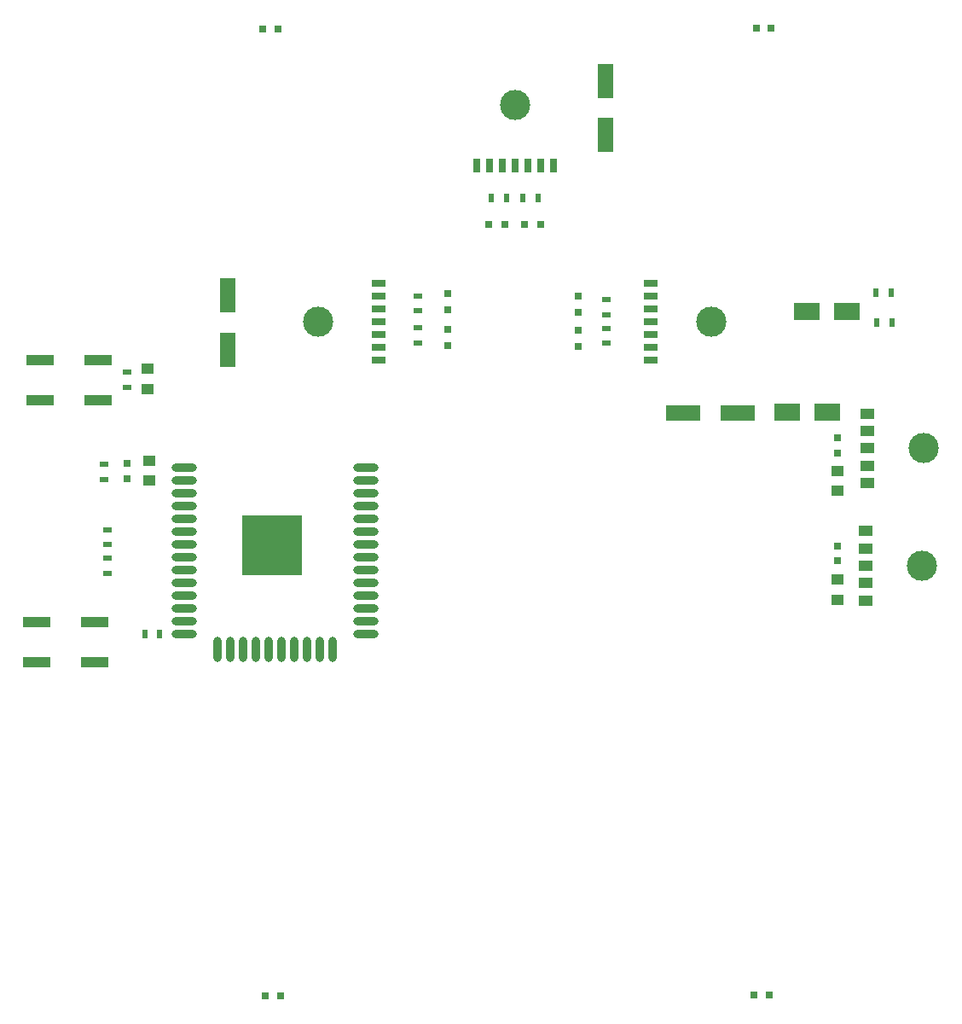
<source format=gtp>
G04 #@! TF.FileFunction,Paste,Top*
%FSLAX46Y46*%
G04 Gerber Fmt 4.6, Leading zero omitted, Abs format (unit mm)*
G04 Created by KiCad (PCBNEW 4.0.7) date Thursday, 19 July 2018 'PMt' 15:05:03*
%MOMM*%
%LPD*%
G01*
G04 APERTURE LIST*
%ADD10C,0.100000*%
%ADD11R,0.750000X0.800000*%
%ADD12R,1.250000X1.000000*%
%ADD13R,0.800000X0.750000*%
%ADD14R,2.500000X1.800000*%
%ADD15R,0.800000X0.800000*%
%ADD16R,0.900000X0.500000*%
%ADD17R,0.500000X0.900000*%
%ADD18R,1.370000X1.070000*%
%ADD19C,3.000000*%
%ADD20O,2.500000X0.900000*%
%ADD21O,0.900000X2.500000*%
%ADD22R,6.000000X6.000000*%
%ADD23R,2.750000X1.000000*%
%ADD24R,3.500000X1.600000*%
%ADD25R,1.600000X3.500000*%
%ADD26R,1.370000X0.730000*%
%ADD27R,0.730000X1.370000*%
G04 APERTURE END LIST*
D10*
D11*
X107000000Y-79750000D03*
X107000000Y-78250000D03*
D12*
X107000000Y-83600000D03*
X107000000Y-81600000D03*
D11*
X107000000Y-69050000D03*
X107000000Y-67550000D03*
D12*
X107000000Y-72800000D03*
X107000000Y-70800000D03*
X38500000Y-62700000D03*
X38500000Y-60700000D03*
D11*
X36500000Y-70100000D03*
X36500000Y-71600000D03*
D12*
X38700000Y-71800000D03*
X38700000Y-69800000D03*
D13*
X50250000Y-122900000D03*
X51750000Y-122900000D03*
X98750000Y-122800000D03*
X100250000Y-122800000D03*
X100450000Y-26900000D03*
X98950000Y-26900000D03*
X51500000Y-27000000D03*
X50000000Y-27000000D03*
D14*
X106000000Y-65000000D03*
X102000000Y-65000000D03*
X108000000Y-55000000D03*
X104000000Y-55000000D03*
D15*
X81300000Y-53500000D03*
X81300000Y-55100000D03*
X81300000Y-58500000D03*
X81300000Y-56900000D03*
X68300000Y-58400000D03*
X68300000Y-56800000D03*
X68300000Y-53200000D03*
X68300000Y-54800000D03*
X72400000Y-46400000D03*
X74000000Y-46400000D03*
X77600000Y-46400000D03*
X76000000Y-46400000D03*
D16*
X34600000Y-76650000D03*
X34600000Y-78150000D03*
X34600000Y-79450000D03*
X34600000Y-80950000D03*
X36500000Y-61000000D03*
X36500000Y-62500000D03*
X34200000Y-70150000D03*
X34200000Y-71650000D03*
X84100000Y-53850000D03*
X84100000Y-55350000D03*
X84100000Y-58150000D03*
X84100000Y-56650000D03*
X65400000Y-58100000D03*
X65400000Y-56600000D03*
X65400000Y-53450000D03*
X65400000Y-54950000D03*
D17*
X72700000Y-43700000D03*
X74200000Y-43700000D03*
X77300000Y-43700000D03*
X75800000Y-43700000D03*
X38250000Y-87000000D03*
X39750000Y-87000000D03*
D18*
X109800000Y-80225000D03*
X109800000Y-78505000D03*
X109800000Y-76785000D03*
X109800000Y-81945000D03*
X109800000Y-83665000D03*
D19*
X115400000Y-80225000D03*
D18*
X110000000Y-68575000D03*
X110000000Y-66855000D03*
X110000000Y-65135000D03*
X110000000Y-70295000D03*
X110000000Y-72015000D03*
D19*
X115600000Y-68575000D03*
D17*
X110950000Y-56100000D03*
X112450000Y-56100000D03*
X110850000Y-53100000D03*
X112350000Y-53100000D03*
D20*
X60200000Y-70500000D03*
X60200000Y-71770000D03*
X60200000Y-73040000D03*
X60200000Y-74310000D03*
X60200000Y-75580000D03*
X60200000Y-76850000D03*
X60200000Y-78120000D03*
X60200000Y-79390000D03*
X60200000Y-80660000D03*
X60200000Y-81930000D03*
X60200000Y-83200000D03*
X60200000Y-84470000D03*
X60200000Y-85740000D03*
X60200000Y-87010000D03*
D21*
X56915000Y-88500000D03*
X55645000Y-88500000D03*
X54375000Y-88500000D03*
X53105000Y-88500000D03*
X51835000Y-88500000D03*
X50565000Y-88500000D03*
X49295000Y-88500000D03*
X48025000Y-88500000D03*
X46755000Y-88500000D03*
X45485000Y-88500000D03*
D20*
X42200000Y-87010000D03*
X42200000Y-85740000D03*
X42200000Y-84470000D03*
X42200000Y-83200000D03*
X42200000Y-81930000D03*
X42200000Y-80660000D03*
X42200000Y-79390000D03*
X42200000Y-78120000D03*
X42200000Y-76850000D03*
X42200000Y-75580000D03*
X42200000Y-74310000D03*
X42200000Y-73040000D03*
X42200000Y-71770000D03*
X42200000Y-70500000D03*
D22*
X50900000Y-78200000D03*
D23*
X33600000Y-59800000D03*
X27840000Y-59800000D03*
X27840000Y-63800000D03*
X33600000Y-63800000D03*
X33300000Y-85800000D03*
X27540000Y-85800000D03*
X27540000Y-89800000D03*
X33300000Y-89800000D03*
D24*
X91700000Y-65100000D03*
X97100000Y-65100000D03*
D25*
X46500000Y-53400000D03*
X46500000Y-58800000D03*
X84000000Y-32100000D03*
X84000000Y-37500000D03*
D26*
X88500000Y-56000000D03*
X88500000Y-54730000D03*
X88500000Y-53460000D03*
X88500000Y-52190000D03*
X88500000Y-57270000D03*
X88500000Y-58540000D03*
X88500000Y-59810000D03*
D19*
X94500000Y-56000000D03*
D26*
X61500000Y-56000000D03*
X61500000Y-57270000D03*
X61500000Y-58540000D03*
X61500000Y-59810000D03*
X61500000Y-54730000D03*
X61500000Y-53460000D03*
X61500000Y-52190000D03*
D19*
X55500000Y-56000000D03*
D27*
X75000000Y-40500000D03*
X73730000Y-40500000D03*
X72460000Y-40500000D03*
X71190000Y-40500000D03*
X76270000Y-40500000D03*
X77540000Y-40500000D03*
X78810000Y-40500000D03*
D19*
X75000000Y-34500000D03*
M02*

</source>
